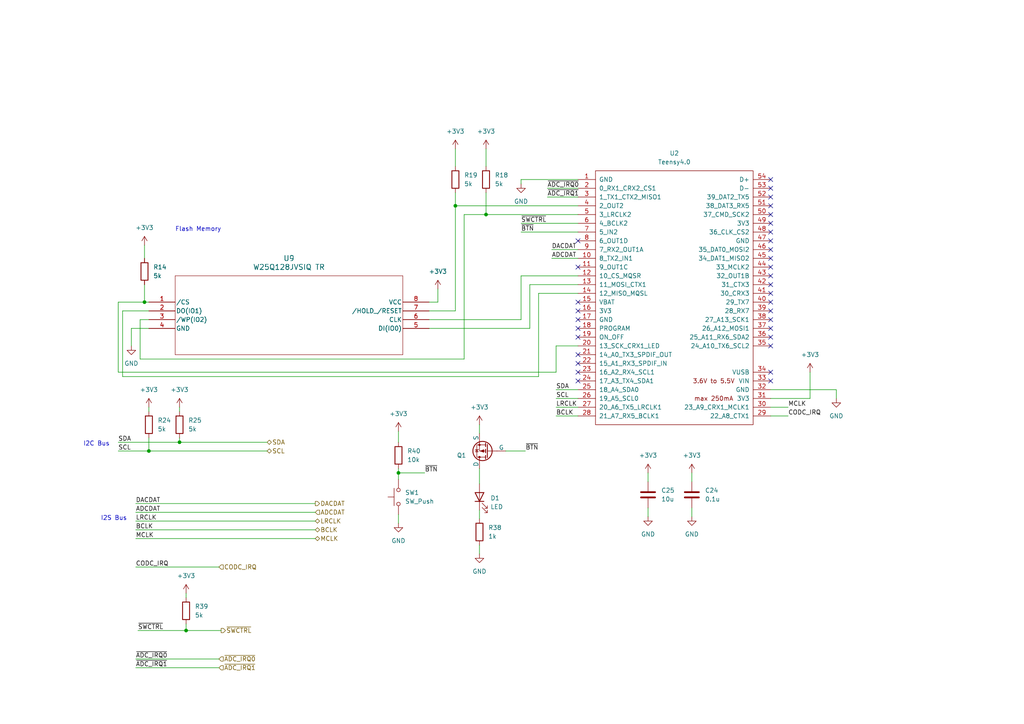
<source format=kicad_sch>
(kicad_sch (version 20230121) (generator eeschema)
  (paper "A4")
  (lib_symbols
    (symbol "Device:C" (pin_numbers hide) (pin_names (offset 0.254))
      (property "Reference" "C" (at 0.635 2.54 0))
      (property "Value" "C" (at 0.635 -2.54 0))
      (symbol "C_0_1"
        (polyline (pts (xy -2.032 -0.762) (xy 2.032 -0.762)) (stroke (width 0.508)))
        (polyline (pts (xy -2.032 0.762) (xy 2.032 0.762)) (stroke (width 0.508)))
      )
      (symbol "C_1_1"
        (pin passive line (at 0 3.81 270) (length 2.794) (name "~") (number "1"))
        (pin passive line (at 0 -3.81 90) (length 2.794) (name "~") (number "2"))
      )
    )
    (symbol "Device:LED" (pin_numbers hide) (pin_names (offset 1.016) hide)
      (property "Reference" "D" (at 0 2.54 0))
      (property "Value" "LED" (at 0 -2.54 0))
      (symbol "LED_0_1"
        (polyline (pts (xy -1.27 -1.27) (xy -1.27 1.27)) (stroke (width 0.254)))
        (polyline (pts (xy -1.27 0) (xy 1.27 0)))
        (polyline (pts (xy 1.27 -1.27) (xy 1.27 1.27) (xy -1.27 0) (xy 1.27 -1.27)) (stroke (width 0.254)))
        (polyline (pts (xy -3.048 -0.762) (xy -4.572 -2.286) (xy -3.81 -2.286) (xy -4.572 -2.286) (xy -4.572 -1.524)))
        (polyline (pts (xy -1.778 -0.762) (xy -3.302 -2.286) (xy -2.54 -2.286) (xy -3.302 -2.286) (xy -3.302 -1.524)))
      )
      (symbol "LED_1_1"
        (pin passive line (at -3.81 0 0) (length 2.54) (name "K") (number "1"))
        (pin passive line (at 3.81 0 180) (length 2.54) (name "A") (number "2"))
      )
    )
    (symbol "Device:R" (pin_numbers hide) (pin_names (offset 0))
      (property "Reference" "R" (at 2.032 0 90))
      (property "Value" "R" (at 0 0 90))
      (symbol "R_0_1"
        (rectangle (start -1.016 -2.54) (end 1.016 2.54) (stroke (width 0.254)))
      )
      (symbol "R_1_1"
        (pin passive line (at 0 3.81 270) (length 1.27) (name "~") (number "1"))
        (pin passive line (at 0 -3.81 90) (length 1.27) (name "~") (number "2"))
      )
    )
    (symbol "Simulation_SPICE:PMOS" (pin_numbers hide) (pin_names (offset 0))
      (property "Reference" "Q" (at 5.08 1.27 0))
      (property "Value" "PMOS" (at 5.08 -1.27 0))
      (symbol "PMOS_0_1"
        (polyline (pts (xy 0.254 0) (xy -2.54 0)))
        (polyline (pts (xy 0.254 1.905) (xy 0.254 -1.905)) (stroke (width 0.254)))
        (polyline (pts (xy 0.762 -1.27) (xy 0.762 -2.286)) (stroke (width 0.254)))
        (polyline (pts (xy 0.762 0.508) (xy 0.762 -0.508)) (stroke (width 0.254)))
        (polyline (pts (xy 0.762 2.286) (xy 0.762 1.27)) (stroke (width 0.254)))
        (polyline (pts (xy 2.54 2.54) (xy 2.54 1.778)))
        (polyline (pts (xy 2.54 -2.54) (xy 2.54 0) (xy 0.762 0)))
        (polyline (pts (xy 0.762 1.778) (xy 3.302 1.778) (xy 3.302 -1.778) (xy 0.762 -1.778)))
        (polyline (pts (xy 2.286 0) (xy 1.27 0.381) (xy 1.27 -0.381) (xy 2.286 0)) (fill (type outline)))
        (polyline (pts (xy 2.794 -0.508) (xy 2.921 -0.381) (xy 3.683 -0.381) (xy 3.81 -0.254)))
        (polyline (pts (xy 3.302 -0.381) (xy 2.921 0.254) (xy 3.683 0.254) (xy 3.302 -0.381)))
        (circle (center 1.651 0) (radius 2.794) (stroke (width 0.254)))
        (circle (center 2.54 -1.778) (radius 0.254) (fill (type outline)))
        (circle (center 2.54 1.778) (radius 0.254) (fill (type outline)))
      )
      (symbol "PMOS_1_1"
        (pin passive line (at 2.54 5.08 270) (length 2.54) (name "D") (number "1"))
        (pin input line (at -5.08 0 0) (length 2.54) (name "G") (number "2"))
        (pin passive line (at 2.54 -5.08 90) (length 2.54) (name "S") (number "3"))
      )
    )
    (symbol "Switch:SW_Push" (pin_numbers hide) (pin_names (offset 1.016) hide)
      (property "Reference" "SW" (at 1.27 2.54 0))
      (property "Value" "SW_Push" (at 0 -1.524 0))
      (symbol "SW_Push_0_1"
        (circle (center -2.032 0) (radius 0.508))
        (polyline (pts (xy 0 1.27) (xy 0 3.048)))
        (polyline (pts (xy 2.54 1.27) (xy -2.54 1.27)))
        (circle (center 2.032 0) (radius 0.508))
        (pin passive line (at -5.08 0 0) (length 2.54) (name "1") (number "1"))
        (pin passive line (at 5.08 0 180) (length 2.54) (name "2") (number "2"))
      )
    )
    (symbol "TeenieWeenie:Teensy4.0" (pin_names (offset 1.016))
      (property "Reference" "U" (at 0 39.37 0))
      (property "Value" "Teensy4.0" (at 0 -39.37 0))
      (symbol "Teensy4.0_0_0"
        (text "3.6V to 5.5V" (at 11.43 -24.13 0) (effects (font (size 1.27 1.27))))
        (text "max 250mA" (at 11.43 -29.21 0) (effects (font (size 1.27 1.27))))
        (pin bidirectional line (at -27.94 11.43 0) (length 5.08) (name "8_TX2_IN1") (number "10"))
        (pin bidirectional line (at -27.94 8.89 0) (length 5.08) (name "9_OUT1C") (number "11"))
        (pin bidirectional line (at -27.94 6.35 0) (length 5.08) (name "10_CS_MQSR") (number "12"))
        (pin bidirectional line (at -27.94 3.81 0) (length 5.08) (name "11_MOSI_CTX1") (number "13"))
        (pin bidirectional line (at -27.94 1.27 0) (length 5.08) (name "12_MISO_MQSL") (number "14"))
        (pin power_in line (at -27.94 -1.27 0) (length 5.08) (name "VBAT") (number "15"))
        (pin power_in line (at -27.94 -3.81 0) (length 5.08) (name "3V3") (number "16"))
        (pin power_in line (at -27.94 -6.35 0) (length 5.08) (name "GND") (number "17"))
        (pin input line (at -27.94 -8.89 0) (length 5.08) (name "PROGRAM") (number "18"))
        (pin input line (at -27.94 -11.43 0) (length 5.08) (name "ON_OFF") (number "19"))
        (pin bidirectional line (at -27.94 -13.97 0) (length 5.08) (name "13_SCK_CRX1_LED") (number "20"))
        (pin bidirectional line (at -27.94 -16.51 0) (length 5.08) (name "14_A0_TX3_SPDIF_OUT") (number "21"))
        (pin bidirectional line (at -27.94 -19.05 0) (length 5.08) (name "15_A1_RX3_SPDIF_IN") (number "22"))
        (pin bidirectional line (at -27.94 -21.59 0) (length 5.08) (name "16_A2_RX4_SCL1") (number "23"))
        (pin bidirectional line (at -27.94 -24.13 0) (length 5.08) (name "17_A3_TX4_SDA1") (number "24"))
        (pin bidirectional line (at -27.94 -26.67 0) (length 5.08) (name "18_A4_SDA0") (number "25"))
        (pin bidirectional line (at -27.94 -29.21 0) (length 5.08) (name "19_A5_SCL0") (number "26"))
        (pin bidirectional line (at -27.94 -31.75 0) (length 5.08) (name "20_A6_TX5_LRCLK1") (number "27"))
        (pin bidirectional line (at -27.94 -34.29 0) (length 5.08) (name "21_A7_RX5_BCLK1") (number "28"))
        (pin bidirectional line (at 27.94 -34.29 180) (length 5.08) (name "22_A8_CTX1") (number "29"))
        (pin bidirectional line (at 27.94 -31.75 180) (length 5.08) (name "23_A9_CRX1_MCLK1") (number "30"))
        (pin power_out line (at 27.94 -29.21 180) (length 5.08) (name "3V3") (number "31"))
        (pin power_in line (at 27.94 -26.67 180) (length 5.08) (name "GND") (number "32"))
        (pin power_in line (at 27.94 -24.13 180) (length 5.08) (name "VIN") (number "33"))
        (pin power_out line (at 27.94 -21.59 180) (length 5.08) (name "VUSB") (number "34"))
        (pin bidirectional line (at 27.94 -13.97 180) (length 5.08) (name "24_A10_TX6_SCL2") (number "35"))
        (pin bidirectional line (at 27.94 -11.43 180) (length 5.08) (name "25_A11_RX6_SDA2") (number "36"))
        (pin bidirectional line (at 27.94 -8.89 180) (length 5.08) (name "26_A12_MOSI1") (number "37"))
        (pin bidirectional line (at 27.94 -6.35 180) (length 5.08) (name "27_A13_SCK1") (number "38"))
        (pin bidirectional line (at 27.94 -3.81 180) (length 5.08) (name "28_RX7") (number "39"))
        (pin bidirectional line (at 27.94 -1.27 180) (length 5.08) (name "29_TX7") (number "40"))
        (pin bidirectional line (at 27.94 1.27 180) (length 5.08) (name "30_CRX3") (number "41"))
        (pin bidirectional line (at 27.94 3.81 180) (length 5.08) (name "31_CTX3") (number "42"))
        (pin bidirectional line (at 27.94 6.35 180) (length 5.08) (name "32_OUT1B") (number "43"))
        (pin bidirectional line (at 27.94 8.89 180) (length 5.08) (name "33_MCLK2") (number "44"))
        (pin bidirectional line (at 27.94 11.43 180) (length 5.08) (name "34_DAT1_MISO2") (number "45"))
        (pin bidirectional line (at 27.94 13.97 180) (length 5.08) (name "35_DAT0_MOSI2") (number "46"))
        (pin power_out line (at 27.94 16.51 180) (length 5.08) (name "GND") (number "47"))
        (pin bidirectional line (at 27.94 19.05 180) (length 5.08) (name "36_CLK_CS2") (number "48"))
        (pin power_out line (at 27.94 21.59 180) (length 5.08) (name "3V3") (number "49"))
        (pin bidirectional line (at -27.94 24.13 0) (length 5.08) (name "3_LRCLK2") (number "5"))
        (pin bidirectional line (at 27.94 24.13 180) (length 5.08) (name "37_CMD_SCK2") (number "50"))
        (pin bidirectional line (at 27.94 26.67 180) (length 5.08) (name "38_DAT3_RX5") (number "51"))
        (pin bidirectional line (at 27.94 29.21 180) (length 5.08) (name "39_DAT2_TX5") (number "52"))
        (pin bidirectional line (at 27.94 31.75 180) (length 5.08) (name "D-") (number "53"))
        (pin bidirectional line (at 27.94 34.29 180) (length 5.08) (name "D+") (number "54"))
        (pin bidirectional line (at -27.94 21.59 0) (length 5.08) (name "4_BCLK2") (number "6"))
        (pin bidirectional line (at -27.94 19.05 0) (length 5.08) (name "5_IN2") (number "7"))
        (pin bidirectional line (at -27.94 16.51 0) (length 5.08) (name "6_OUT1D") (number "8"))
        (pin bidirectional line (at -27.94 13.97 0) (length 5.08) (name "7_RX2_OUT1A") (number "9"))
      )
      (symbol "Teensy4.0_0_1"
        (rectangle (start -22.86 36.83) (end 22.86 -36.83))
        (rectangle (start -20.32 -31.75) (end -20.32 -31.75))
      )
      (symbol "Teensy4.0_1_1"
        (pin power_in line (at -27.94 34.29 0) (length 5.08) (name "GND") (number "1"))
        (pin bidirectional line (at -27.94 31.75 0) (length 5.08) (name "0_RX1_CRX2_CS1") (number "2"))
        (pin bidirectional line (at -27.94 29.21 0) (length 5.08) (name "1_TX1_CTX2_MISO1") (number "3"))
        (pin bidirectional line (at -27.94 26.67 0) (length 5.08) (name "2_OUT2") (number "4"))
      )
    )
    (symbol "TeenieWeenie:W25Q128JVSIQ_TR" (pin_names (offset 0.254))
      (property "Reference" "U" (at 40.64 12.7 0))
      (property "Value" "W25Q128JVSIQ TR" (at 40.64 10.16 0))
      (symbol "W25Q128JVSIQ_TR_0_1"
        (polyline (pts (xy 7.62 -15.24) (xy 73.66 -15.24)) (stroke (width 0.127)))
        (polyline (pts (xy 7.62 7.62) (xy 7.62 -15.24)) (stroke (width 0.127)))
        (polyline (pts (xy 73.66 -15.24) (xy 73.66 7.62)) (stroke (width 0.127)))
        (polyline (pts (xy 73.66 7.62) (xy 7.62 7.62)) (stroke (width 0.127)))
        (pin input line (at 0 0 0) (length 7.62) (name "/CS") (number "1"))
        (pin bidirectional line (at 0 -2.54 0) (length 7.62) (name "DO(IO1)") (number "2"))
        (pin bidirectional line (at 0 -5.08 0) (length 7.62) (name "/WP(IO2)") (number "3"))
        (pin power_out line (at 0 -7.62 0) (length 7.62) (name "GND") (number "4"))
        (pin bidirectional line (at 81.28 -7.62 180) (length 7.62) (name "DI(IO0)") (number "5"))
        (pin input line (at 81.28 -5.08 180) (length 7.62) (name "CLK") (number "6"))
        (pin bidirectional line (at 81.28 -2.54 180) (length 7.62) (name "/HOLD_/RESET") (number "7"))
        (pin power_in line (at 81.28 0 180) (length 7.62) (name "VCC") (number "8"))
      )
    )
    (symbol "power:+3V3" (power) (pin_names (offset 0))
      (property "Value" "+3V3" (at 0 3.556 0))
      (symbol "+3V3_0_1"
        (polyline (pts (xy -0.762 1.27) (xy 0 2.54)))
        (polyline (pts (xy 0 0) (xy 0 2.54)))
        (polyline (pts (xy 0 2.54) (xy 0.762 1.27)))
      )
      (symbol "+3V3_1_1"
        (pin power_in line (at 0 0 90) (length 0) hide (name "+3V3") (number "1"))
      )
    )
    (symbol "power:GND" (power) (pin_names (offset 0))
      (property "Value" "GND" (at 0 -3.81 0))
      (symbol "GND_0_1"
        (polyline (pts (xy 0 0) (xy 0 -1.27) (xy 1.27 -1.27) (xy 0 -2.54) (xy -1.27 -1.27) (xy 0 -1.27)))
      )
      (symbol "GND_1_1"
        (pin power_in line (at 0 0 270) (length 0) hide (name "GND") (number "1"))
      )
    )
  )
  (junction (at 41.91 87.63))
  (junction (at 132.08 59.69))
  (junction (at 115.57 137.16))
  (junction (at 52.07 128.27))
  (junction (at 140.97 62.23))
  (junction (at 53.975 182.88))
  (junction (at 43.18 130.81))
  (no_connect (at 223.52 67.31))
  (no_connect (at 223.52 64.77))
  (no_connect (at 223.52 97.79))
  (no_connect (at 167.64 110.49))
  (no_connect (at 223.52 74.93))
  (no_connect (at 223.52 62.23))
  (no_connect (at 167.64 90.17))
  (no_connect (at 223.52 107.95))
  (no_connect (at 223.52 87.63))
  (no_connect (at 223.52 69.85))
  (no_connect (at 223.52 54.61))
  (no_connect (at 223.52 59.69))
  (no_connect (at 223.52 57.15))
  (no_connect (at 167.64 77.47))
  (no_connect (at 167.64 92.71))
  (no_connect (at 223.52 90.17))
  (no_connect (at 223.52 110.49))
  (no_connect (at 167.64 87.63))
  (no_connect (at 167.64 97.79))
  (no_connect (at 223.52 77.47))
  (no_connect (at 223.52 80.01))
  (no_connect (at 223.52 82.55))
  (no_connect (at 167.64 102.87))
  (no_connect (at 167.64 69.85))
  (no_connect (at 167.64 105.41))
  (no_connect (at 223.52 52.07))
  (no_connect (at 167.64 95.25))
  (no_connect (at 223.52 92.71))
  (no_connect (at 167.64 107.95))
  (no_connect (at 223.52 72.39))
  (no_connect (at 223.52 95.25))
  (no_connect (at 223.52 85.09))
  (no_connect (at 223.52 100.33))
  (wire (pts (xy 41.91 87.63) (xy 43.18 87.63)))
  (wire (pts (xy 34.29 87.63) (xy 41.91 87.63)))
  (wire (pts (xy 41.91 82.55) (xy 41.91 87.63)))
  (wire (pts (xy 53.975 180.975) (xy 53.975 182.88)))
  (wire (pts (xy 223.52 118.11) (xy 228.6 118.11)))
  (wire (pts (xy 139.065 158.115) (xy 139.065 160.655)))
  (wire (pts (xy 53.975 182.88) (xy 64.135 182.88)))
  (wire (pts (xy 39.37 164.465) (xy 63.5 164.465)))
  (wire (pts (xy 124.46 95.25) (xy 153.67 95.25)))
  (wire (pts (xy 223.52 120.65) (xy 228.6 120.65)))
  (wire (pts (xy 161.29 115.57) (xy 167.64 115.57)))
  (wire (pts (xy 223.52 113.03) (xy 242.57 113.03)))
  (wire (pts (xy 200.66 137.16) (xy 200.66 139.7)))
  (wire (pts (xy 134.62 62.23) (xy 134.62 104.14)))
  (wire (pts (xy 35.56 90.17) (xy 43.18 90.17)))
  (wire (pts (xy 234.95 115.57) (xy 234.95 107.95)))
  (wire (pts (xy 161.29 100.33) (xy 167.64 100.33)))
  (wire (pts (xy 39.37 148.59) (xy 91.44 148.59)))
  (wire (pts (xy 153.67 82.55) (xy 167.64 82.55)))
  (wire (pts (xy 161.29 118.11) (xy 167.64 118.11)))
  (wire (pts (xy 151.13 64.77) (xy 167.64 64.77)))
  (wire (pts (xy 151.13 52.07) (xy 167.64 52.07)))
  (wire (pts (xy 160.02 74.93) (xy 167.64 74.93)))
  (wire (pts (xy 39.37 153.67) (xy 91.44 153.67)))
  (wire (pts (xy 132.08 55.88) (xy 132.08 59.69)))
  (wire (pts (xy 124.46 92.71) (xy 151.13 92.71)))
  (wire (pts (xy 38.1 95.25) (xy 38.1 100.33)))
  (wire (pts (xy 156.21 109.22) (xy 156.21 85.09)))
  (wire (pts (xy 223.52 115.57) (xy 234.95 115.57)))
  (wire (pts (xy 39.37 151.13) (xy 91.44 151.13)))
  (wire (pts (xy 39.37 156.21) (xy 91.44 156.21)))
  (wire (pts (xy 139.065 135.89) (xy 139.065 140.335)))
  (wire (pts (xy 52.07 127) (xy 52.07 128.27)))
  (wire (pts (xy 139.065 123.19) (xy 139.065 125.73)))
  (wire (pts (xy 39.37 193.675) (xy 63.5 193.675)))
  (wire (pts (xy 146.685 130.81) (xy 152.4 130.81)))
  (wire (pts (xy 140.97 55.88) (xy 140.97 62.23)))
  (wire (pts (xy 35.56 90.17) (xy 35.56 109.22)))
  (wire (pts (xy 115.57 135.89) (xy 115.57 137.16)))
  (wire (pts (xy 151.13 80.01) (xy 167.64 80.01)))
  (wire (pts (xy 167.64 62.23) (xy 140.97 62.23)))
  (wire (pts (xy 132.08 43.18) (xy 132.08 48.26)))
  (wire (pts (xy 35.56 109.22) (xy 156.21 109.22)))
  (wire (pts (xy 158.75 57.15) (xy 167.64 57.15)))
  (wire (pts (xy 39.37 191.135) (xy 63.5 191.135)))
  (wire (pts (xy 41.91 71.12) (xy 41.91 74.93)))
  (wire (pts (xy 187.96 137.16) (xy 187.96 139.7)))
  (wire (pts (xy 124.46 90.17) (xy 132.08 90.17)))
  (wire (pts (xy 40.64 104.14) (xy 134.62 104.14)))
  (wire (pts (xy 43.18 118.11) (xy 43.18 119.38)))
  (wire (pts (xy 161.29 113.03) (xy 167.64 113.03)))
  (wire (pts (xy 151.13 52.07) (xy 151.13 53.34)))
  (wire (pts (xy 115.57 137.16) (xy 115.57 139.065)))
  (wire (pts (xy 40.005 182.88) (xy 53.975 182.88)))
  (wire (pts (xy 43.18 127) (xy 43.18 130.81)))
  (wire (pts (xy 52.07 118.11) (xy 52.07 119.38)))
  (wire (pts (xy 151.13 92.71) (xy 151.13 80.01)))
  (wire (pts (xy 132.08 59.69) (xy 167.64 59.69)))
  (wire (pts (xy 158.75 54.61) (xy 167.64 54.61)))
  (wire (pts (xy 39.37 146.05) (xy 91.44 146.05)))
  (wire (pts (xy 115.57 137.16) (xy 123.19 137.16)))
  (wire (pts (xy 160.02 72.39) (xy 167.64 72.39)))
  (wire (pts (xy 34.29 107.95) (xy 161.29 107.95)))
  (wire (pts (xy 34.29 87.63) (xy 34.29 107.95)))
  (wire (pts (xy 242.57 113.03) (xy 242.57 115.57)))
  (wire (pts (xy 52.07 128.27) (xy 77.47 128.27)))
  (wire (pts (xy 43.18 92.71) (xy 40.64 92.71)))
  (wire (pts (xy 140.97 62.23) (xy 134.62 62.23)))
  (wire (pts (xy 115.57 125.095) (xy 115.57 128.27)))
  (wire (pts (xy 53.975 172.085) (xy 53.975 173.355)))
  (wire (pts (xy 43.18 130.81) (xy 77.47 130.81)))
  (wire (pts (xy 34.29 130.81) (xy 43.18 130.81)))
  (wire (pts (xy 156.21 85.09) (xy 167.64 85.09)))
  (wire (pts (xy 151.13 67.31) (xy 167.64 67.31)))
  (wire (pts (xy 34.29 128.27) (xy 52.07 128.27)))
  (wire (pts (xy 139.065 147.955) (xy 139.065 150.495)))
  (wire (pts (xy 187.96 147.32) (xy 187.96 149.86)))
  (wire (pts (xy 38.1 95.25) (xy 43.18 95.25)))
  (wire (pts (xy 161.29 120.65) (xy 167.64 120.65)))
  (wire (pts (xy 124.46 87.63) (xy 127 87.63)))
  (wire (pts (xy 132.08 59.69) (xy 132.08 90.17)))
  (wire (pts (xy 140.97 43.18) (xy 140.97 48.26)))
  (wire (pts (xy 40.64 92.71) (xy 40.64 104.14)))
  (wire (pts (xy 153.67 95.25) (xy 153.67 82.55)))
  (wire (pts (xy 127 87.63) (xy 127 83.82)))
  (wire (pts (xy 115.57 149.225) (xy 115.57 151.765)))
  (wire (pts (xy 200.66 147.32) (xy 200.66 149.86)))
  (wire (pts (xy 161.29 107.95) (xy 161.29 100.33)))
  (text "Flash Memory" (at 50.8 67.31 0) (effects (font (size 1.27 1.27)) (justify left bottom)))
  (text "I2S Bus" (at 29.21 151.13 0) (effects (font (size 1.27 1.27)) (justify left bottom)))
  (text "I2C Bus" (at 24.13 129.54 0) (effects (font (size 1.27 1.27)) (justify left bottom)))
  (label "~{ADC_IRQ1}" (at 158.75 57.15 0))
  (label "ADCDAT" (at 160.02 74.93 0))
  (label "SDA" (at 34.29 128.27 0))
  (label "DACDAT" (at 39.37 146.05 0))
  (label "BCLK" (at 39.37 153.67 0))
  (label "~{SWCTRL}" (at 151.13 64.77 0))
  (label "BCLK" (at 161.29 120.65 0))
  (label "LRCLK" (at 39.37 151.13 0))
  (label "MCLK" (at 228.6 118.11 0))
  (label "LRCLK" (at 161.29 118.11 0))
  (label "~{SWCTRL}" (at 40.005 182.88 0))
  (label "MCLK" (at 39.37 156.21 0))
  (label "DACDAT" (at 160.02 72.39 0))
  (label "~{ADC_IRQ1}" (at 39.37 193.675 0))
  (label "SCL" (at 161.29 115.57 0))
  (label "~{BTN}" (at 123.19 137.16 0))
  (label "~{ADC_IRQ0}" (at 39.37 191.135 0))
  (label "ADCDAT" (at 39.37 148.59 0))
  (label "~{BTN}" (at 151.13 67.31 0))
  (label "~{ADC_IRQ0}" (at 158.75 54.61 0))
  (label "CODC_IRQ" (at 228.6 120.65 0))
  (label "SCL" (at 34.29 130.81 0))
  (label "CODC_IRQ" (at 39.37 164.465 0))
  (label "SDA" (at 161.29 113.03 0))
  (label "~{BTN}" (at 152.4 130.81 0))
  (hierarchical_label "SDA" (shape bidirectional) (at 77.47 128.27 0))
  (hierarchical_label "SCL" (shape bidirectional) (at 77.47 130.81 0))
  (hierarchical_label "~{SWCTRL}" (shape output) (at 64.135 182.88 0))
  (hierarchical_label "~{ADC_IRQ1}" (shape input) (at 63.5 193.675 0))
  (hierarchical_label "~{ADC_IRQ0}" (shape input) (at 63.5 191.135 0))
  (hierarchical_label "ADCDAT" (shape input) (at 91.44 148.59 0))
  (hierarchical_label "MCLK" (shape bidirectional) (at 91.44 156.21 0))
  (hierarchical_label "LRCLK" (shape bidirectional) (at 91.44 151.13 0))
  (hierarchical_label "DACDAT" (shape output) (at 91.44 146.05 0))
  (hierarchical_label "BCLK" (shape bidirectional) (at 91.44 153.67 0))
  (hierarchical_label "CODC_IRQ" (shape input) (at 63.5 164.465 0))
  (symbol (lib_id "TeenieWeenie:Teensy4.0") (at 195.58 86.36 0) (unit 1)
    (property "Reference" "U2" (at 195.58 44.45 0))
    (property "Value" "Teensy4.0" (at 195.58 46.99 0))
    (property "Footprint" "teensy:Teensy40_1" (effects hide))
  )
  (symbol (lib_id "power:GND") (at 115.57 151.765 0) (unit 1)
    (property "Reference" "#PWR0109" (effects hide))
    (property "Value" "GND" (at 115.57 156.845 0))
  )
  (symbol (lib_id "power:GND") (at 200.66 149.86 0) (unit 1)
    (property "Reference" "#PWR068" (effects hide))
    (property "Value" "GND" (at 200.66 154.94 0))
  )
  (symbol (lib_id "Simulation_SPICE:PMOS") (at 141.605 130.81 180) (unit 1)
    (property "Reference" "Q1" (at 135.255 132.08 0) (effects (justify left)))
    (property "Value" "DMP2160UW-7" (effects hide))
    (property "Footprint" "Package_TO_SOT_SMD:SOT-323_SC-70_Handsoldering" (effects hide))
    (property "Datasheet" "https://ngspice.sourceforge.io/docs/ngspice-manual.pdf" (effects hide))
    (property "Sim.Device" "PMOS" (effects hide))
    (property "Sim.Type" "VDMOS" (effects hide))
    (property "Sim.Pins" "1=D 2=G 3=S" (effects hide))
  )
  (symbol (lib_id "Device:R") (at 132.08 52.07 0) (unit 1)
    (property "Reference" "R19" (at 134.62 50.8 0) (effects (justify left)))
    (property "Value" "5k" (at 134.62 53.34 0) (effects (justify left)))
    (property "Footprint" "Resistor_SMD:R_0402_1005Metric" (effects hide))
  )
  (symbol (lib_id "power:GND") (at 151.13 53.34 0) (unit 1)
    (property "Reference" "#PWR08" (effects hide))
    (property "Value" "GND" (at 151.13 58.42 0))
  )
  (symbol (lib_id "TeenieWeenie:W25Q128JVSIQ_TR") (at 43.18 87.63 0) (unit 1)
    (property "Reference" "U9" (at 83.82 74.93 0) (effects (font (size 1.524 1.524))))
    (property "Value" "W25Q128JVSIQ TR" (at 83.82 77.47 0) (effects (font (size 1.524 1.524))))
    (property "Footprint" "TeenieWeenieLibrary:SOIC_208MIL_WIN" (effects hide))
    (property "Datasheet" "W25Q128JVSIQ TR" (effects hide))
  )
  (symbol (lib_id "Device:LED") (at 139.065 144.145 90) (unit 1)
    (property "Reference" "D1" (at 142.24 144.4625 90) (effects (justify right)))
    (property "Value" "LED" (at 142.24 147.0025 90) (effects (justify right)))
    (property "Footprint" "LED_THT:LED_D5.0mm" (effects hide))
  )
  (symbol (lib_id "Device:R") (at 140.97 52.07 0) (unit 1)
    (property "Reference" "R18" (at 143.51 50.8 0) (effects (justify left)))
    (property "Value" "5k" (at 143.51 53.34 0) (effects (justify left)))
    (property "Footprint" "Resistor_SMD:R_0402_1005Metric" (effects hide))
  )
  (symbol (lib_id "power:GND") (at 242.57 115.57 0) (unit 1)
    (property "Reference" "#PWR029" (effects hide))
    (property "Value" "GND" (at 242.57 120.65 0))
  )
  (symbol (lib_id "Switch:SW_Push") (at 115.57 144.145 90) (unit 1)
    (property "Reference" "SW1" (at 117.475 142.875 90) (effects (justify right)))
    (property "Value" "SW_Push" (at 117.475 145.415 90) (effects (justify right)))
    (property "Footprint" "Connector_PinHeader_1.00mm:PinHeader_1x02_P1.00mm_Vertical" (effects hide))
  )
  (symbol (lib_id "power:+3V3") (at 187.96 137.16 0) (unit 1)
    (property "Reference" "#PWR035" (effects hide))
    (property "Value" "+3V3" (at 187.96 132.08 0))
    (instances (project "TeenieWeenie" (path "" (reference "#PWR035") (unit 1)) (path "" (reference "#PWR065") (unit 1))))
  )
  (symbol (lib_id "power:+3V3") (at 52.07 118.11 0) (unit 1)
    (property "Reference" "#PWR028" (effects hide))
    (property "Value" "+3V3" (at 52.07 113.03 0))
  )
  (symbol (lib_id "power:+3V3") (at 200.66 137.16 0) (unit 1)
    (property "Reference" "#PWR033" (effects hide))
    (property "Value" "+3V3" (at 200.66 132.08 0))
    (instances (project "TeenieWeenie" (path "" (reference "#PWR033") (unit 1)) (path "" (reference "#PWR067") (unit 1))))
  )
  (symbol (lib_id "Device:R") (at 41.91 78.74 0) (unit 1)
    (property "Reference" "R14" (at 44.45 77.47 0) (effects (justify left)))
    (property "Value" "5k" (at 44.45 80.01 0) (effects (justify left)))
    (property "Footprint" "Resistor_SMD:R_0402_1005Metric" (effects hide))
  )
  (symbol (lib_id "power:+3V3") (at 234.95 107.95 0) (unit 1)
    (property "Reference" "#PWR064" (effects hide))
    (property "Value" "+3V3" (at 234.95 102.87 0))
  )
  (symbol (lib_id "Device:C") (at 200.66 143.51 0) (unit 1)
    (property "Reference" "C24" (at 204.47 142.24 0) (effects (justify left)))
    (property "Value" "0.1u" (at 204.47 144.78 0) (effects (justify left)))
    (property "Footprint" "Capacitor_SMD:C_0402_1005Metric" (effects hide))
    (instances (project "TeenieWeenie" (path "" (reference "C24") (unit 1)) (path "" (reference "C46") (unit 1))))
  )
  (symbol (lib_id "Device:R") (at 139.065 154.305 0) (unit 1)
    (property "Reference" "R38" (at 141.605 153.035 0) (effects (justify left)))
    (property "Value" "1k" (at 141.605 155.575 0) (effects (justify left)))
    (property "Footprint" "Resistor_SMD:R_0402_1005Metric" (effects hide))
  )
  (symbol (lib_id "Device:R") (at 52.07 123.19 0) (unit 1)
    (property "Reference" "R25" (at 54.61 121.92 0) (effects (justify left)))
    (property "Value" "5k" (at 54.61 124.46 0) (effects (justify left)))
    (property "Footprint" "Resistor_SMD:R_0402_1005Metric" (effects hide))
  )
  (symbol (lib_id "power:+3V3") (at 115.57 125.095 0) (unit 1)
    (property "Reference" "#PWR0108" (effects hide))
    (property "Value" "+3V3" (at 115.57 120.015 0))
  )
  (symbol (lib_id "Device:R") (at 115.57 132.08 0) (unit 1)
    (property "Reference" "R40" (at 118.11 130.81 0) (effects (justify left)))
    (property "Value" "10k" (at 118.11 133.35 0) (effects (justify left)))
    (property "Footprint" "Resistor_SMD:R_0402_1005Metric" (effects hide))
  )
  (symbol (lib_id "power:+3V3") (at 127 83.82 0) (unit 1)
    (property "Reference" "#PWR045" (effects hide))
    (property "Value" "+3V3" (at 127 78.74 0))
  )
  (symbol (lib_id "power:+3V3") (at 41.91 71.12 0) (unit 1)
    (property "Reference" "#PWR044" (effects hide))
    (property "Value" "+3V3" (at 41.91 66.04 0))
  )
  (symbol (lib_id "Device:R") (at 53.975 177.165 0) (unit 1)
    (property "Reference" "R39" (at 56.515 175.895 0) (effects (justify left)))
    (property "Value" "5k" (at 56.515 178.435 0) (effects (justify left)))
    (property "Footprint" "Resistor_SMD:R_0402_1005Metric" (effects hide))
  )
  (symbol (lib_id "power:+3V3") (at 53.975 172.085 0) (unit 1)
    (property "Reference" "#PWR0107" (effects hide))
    (property "Value" "+3V3" (at 53.975 167.005 0))
  )
  (symbol (lib_id "power:+3V3") (at 140.97 43.18 0) (unit 1)
    (property "Reference" "#PWR057" (effects hide))
    (property "Value" "+3V3" (at 140.97 38.1 0))
  )
  (symbol (lib_id "power:GND") (at 139.065 160.655 0) (unit 1)
    (property "Reference" "#PWR0110" (effects hide))
    (property "Value" "GND" (at 139.065 165.735 0))
  )
  (symbol (lib_id "power:GND") (at 38.1 100.33 0) (unit 1)
    (property "Reference" "#PWR058" (effects hide))
    (property "Value" "GND" (at 38.1 105.41 0))
  )
  (symbol (lib_id "Device:C") (at 187.96 143.51 0) (unit 1)
    (property "Reference" "C25" (at 191.77 142.24 0) (effects (justify left)))
    (property "Value" "10u" (at 191.77 144.78 0) (effects (justify left)))
    (property "Footprint" "Capacitor_SMD:C_0402_1005Metric" (effects hide))
    (instances (project "TeenieWeenie" (path "" (reference "C25") (unit 1)) (path "" (reference "C22") (unit 1))))
  )
  (symbol (lib_id "Device:R") (at 43.18 123.19 0) (unit 1)
    (property "Reference" "R24" (at 45.72 121.92 0) (effects (justify left)))
    (property "Value" "5k" (at 45.72 124.46 0) (effects (justify left)))
    (property "Footprint" "Resistor_SMD:R_0402_1005Metric" (effects hide))
  )
  (symbol (lib_id "power:+3V3") (at 132.08 43.18 0) (unit 1)
    (property "Reference" "#PWR043" (effects hide))
    (property "Value" "+3V3" (at 132.08 38.1 0))
  )
  (symbol (lib_id "power:GND") (at 187.96 149.86 0) (unit 1)
    (property "Reference" "#PWR066" (effects hide))
    (property "Value" "GND" (at 187.96 154.94 0))
  )
  (symbol (lib_id "power:+3V3") (at 139.065 123.19 0) (unit 1)
    (property "Reference" "#PWR0104" (effects hide))
    (property "Value" "+3V3" (at 139.065 118.11 0))
    (instances (project "TeenieWeenie" (path "" (reference "#PWR0104") (unit 1)) (path "" (reference "#PWR0103") (unit 1)) (path "" (reference "#PWR0103") (unit 1))))
  )
  (symbol (lib_id "power:+3V3") (at 43.18 118.11 0) (unit 1)
    (property "Reference" "#PWR027" (effects hide))
    (property "Value" "+3V3" (at 43.18 113.03 0))
  )
)
</source>
